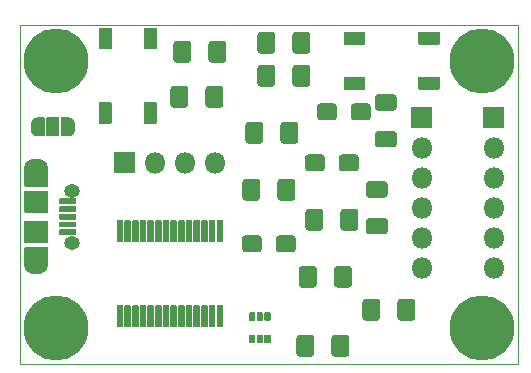
<source format=gbr>
G04 #@! TF.GenerationSoftware,KiCad,Pcbnew,5.1.9+dfsg1-1*
G04 #@! TF.CreationDate,2021-07-15T21:40:15-06:00*
G04 #@! TF.ProjectId,ESP_Programmer,4553505f-5072-46f6-9772-616d6d65722e,rev?*
G04 #@! TF.SameCoordinates,Original*
G04 #@! TF.FileFunction,Soldermask,Top*
G04 #@! TF.FilePolarity,Negative*
%FSLAX46Y46*%
G04 Gerber Fmt 4.6, Leading zero omitted, Abs format (unit mm)*
G04 Created by KiCad (PCBNEW 5.1.9+dfsg1-1) date 2021-07-15 21:40:15*
%MOMM*%
%LPD*%
G01*
G04 APERTURE LIST*
G04 #@! TA.AperFunction,Profile*
%ADD10C,0.050000*%
G04 #@! TD*
%ADD11C,0.350000*%
%ADD12O,1.800000X1.800000*%
%ADD13O,1.350000X1.150000*%
%ADD14O,2.000000X1.300000*%
%ADD15C,5.500000*%
G04 APERTURE END LIST*
D10*
X184658000Y-116840000D02*
X195580000Y-116840000D01*
X184658000Y-88138000D02*
X184658000Y-116840000D01*
X184912000Y-88138000D02*
X184658000Y-88138000D01*
X226822000Y-88138000D02*
X184912000Y-88138000D01*
X226822000Y-116840000D02*
X226822000Y-88138000D01*
X226568000Y-116840000D02*
X226822000Y-116840000D01*
X195580000Y-116840000D02*
X226568000Y-116840000D01*
G04 #@! TO.C,R6*
G36*
G01*
X215539770Y-105882000D02*
X214228230Y-105882000D01*
G75*
G02*
X213959000Y-105612770I0J269230D01*
G01*
X213959000Y-104751230D01*
G75*
G02*
X214228230Y-104482000I269230J0D01*
G01*
X215539770Y-104482000D01*
G75*
G02*
X215809000Y-104751230I0J-269230D01*
G01*
X215809000Y-105612770D01*
G75*
G02*
X215539770Y-105882000I-269230J0D01*
G01*
G37*
G36*
G01*
X215539770Y-102782000D02*
X214228230Y-102782000D01*
G75*
G02*
X213959000Y-102512770I0J269230D01*
G01*
X213959000Y-101651230D01*
G75*
G02*
X214228230Y-101382000I269230J0D01*
G01*
X215539770Y-101382000D01*
G75*
G02*
X215809000Y-101651230I0J-269230D01*
G01*
X215809000Y-102512770D01*
G75*
G02*
X215539770Y-102782000I-269230J0D01*
G01*
G37*
G04 #@! TD*
G04 #@! TO.C,R5*
G36*
G01*
X216301770Y-98516000D02*
X214990230Y-98516000D01*
G75*
G02*
X214721000Y-98246770I0J269230D01*
G01*
X214721000Y-97385230D01*
G75*
G02*
X214990230Y-97116000I269230J0D01*
G01*
X216301770Y-97116000D01*
G75*
G02*
X216571000Y-97385230I0J-269230D01*
G01*
X216571000Y-98246770D01*
G75*
G02*
X216301770Y-98516000I-269230J0D01*
G01*
G37*
G36*
G01*
X216301770Y-95416000D02*
X214990230Y-95416000D01*
G75*
G02*
X214721000Y-95146770I0J269230D01*
G01*
X214721000Y-94285230D01*
G75*
G02*
X214990230Y-94016000I269230J0D01*
G01*
X216301770Y-94016000D01*
G75*
G02*
X216571000Y-94285230I0J-269230D01*
G01*
X216571000Y-95146770D01*
G75*
G02*
X216301770Y-95416000I-269230J0D01*
G01*
G37*
G04 #@! TD*
G04 #@! TO.C,D2*
G36*
G01*
X204760000Y-90319457D02*
X204760000Y-89004543D01*
G75*
G02*
X205027543Y-88737000I267543J0D01*
G01*
X206017457Y-88737000D01*
G75*
G02*
X206285000Y-89004543I0J-267543D01*
G01*
X206285000Y-90319457D01*
G75*
G02*
X206017457Y-90587000I-267543J0D01*
G01*
X205027543Y-90587000D01*
G75*
G02*
X204760000Y-90319457I0J267543D01*
G01*
G37*
G36*
G01*
X207735000Y-90319457D02*
X207735000Y-89004543D01*
G75*
G02*
X208002543Y-88737000I267543J0D01*
G01*
X208992457Y-88737000D01*
G75*
G02*
X209260000Y-89004543I0J-267543D01*
G01*
X209260000Y-90319457D01*
G75*
G02*
X208992457Y-90587000I-267543J0D01*
G01*
X208002543Y-90587000D01*
G75*
G02*
X207735000Y-90319457I0J267543D01*
G01*
G37*
G04 #@! TD*
G04 #@! TO.C,D1*
G36*
G01*
X204760000Y-93113457D02*
X204760000Y-91798543D01*
G75*
G02*
X205027543Y-91531000I267543J0D01*
G01*
X206017457Y-91531000D01*
G75*
G02*
X206285000Y-91798543I0J-267543D01*
G01*
X206285000Y-93113457D01*
G75*
G02*
X206017457Y-93381000I-267543J0D01*
G01*
X205027543Y-93381000D01*
G75*
G02*
X204760000Y-93113457I0J267543D01*
G01*
G37*
G36*
G01*
X207735000Y-93113457D02*
X207735000Y-91798543D01*
G75*
G02*
X208002543Y-91531000I267543J0D01*
G01*
X208992457Y-91531000D01*
G75*
G02*
X209260000Y-91798543I0J-267543D01*
G01*
X209260000Y-93113457D01*
G75*
G02*
X208992457Y-93381000I-267543J0D01*
G01*
X208002543Y-93381000D01*
G75*
G02*
X207735000Y-93113457I0J267543D01*
G01*
G37*
G04 #@! TD*
G04 #@! TO.C,U1*
G36*
G01*
X192858000Y-106495000D02*
X192858000Y-104745000D01*
G75*
G02*
X192908000Y-104695000I50000J0D01*
G01*
X193358000Y-104695000D01*
G75*
G02*
X193408000Y-104745000I0J-50000D01*
G01*
X193408000Y-106495000D01*
G75*
G02*
X193358000Y-106545000I-50000J0D01*
G01*
X192908000Y-106545000D01*
G75*
G02*
X192858000Y-106495000I0J50000D01*
G01*
G37*
G36*
G01*
X193508000Y-106495000D02*
X193508000Y-104745000D01*
G75*
G02*
X193558000Y-104695000I50000J0D01*
G01*
X194008000Y-104695000D01*
G75*
G02*
X194058000Y-104745000I0J-50000D01*
G01*
X194058000Y-106495000D01*
G75*
G02*
X194008000Y-106545000I-50000J0D01*
G01*
X193558000Y-106545000D01*
G75*
G02*
X193508000Y-106495000I0J50000D01*
G01*
G37*
G36*
G01*
X194158000Y-106495000D02*
X194158000Y-104745000D01*
G75*
G02*
X194208000Y-104695000I50000J0D01*
G01*
X194658000Y-104695000D01*
G75*
G02*
X194708000Y-104745000I0J-50000D01*
G01*
X194708000Y-106495000D01*
G75*
G02*
X194658000Y-106545000I-50000J0D01*
G01*
X194208000Y-106545000D01*
G75*
G02*
X194158000Y-106495000I0J50000D01*
G01*
G37*
G36*
G01*
X194808000Y-106495000D02*
X194808000Y-104745000D01*
G75*
G02*
X194858000Y-104695000I50000J0D01*
G01*
X195308000Y-104695000D01*
G75*
G02*
X195358000Y-104745000I0J-50000D01*
G01*
X195358000Y-106495000D01*
G75*
G02*
X195308000Y-106545000I-50000J0D01*
G01*
X194858000Y-106545000D01*
G75*
G02*
X194808000Y-106495000I0J50000D01*
G01*
G37*
G36*
G01*
X195458000Y-106495000D02*
X195458000Y-104745000D01*
G75*
G02*
X195508000Y-104695000I50000J0D01*
G01*
X195958000Y-104695000D01*
G75*
G02*
X196008000Y-104745000I0J-50000D01*
G01*
X196008000Y-106495000D01*
G75*
G02*
X195958000Y-106545000I-50000J0D01*
G01*
X195508000Y-106545000D01*
G75*
G02*
X195458000Y-106495000I0J50000D01*
G01*
G37*
G36*
G01*
X196108000Y-106495000D02*
X196108000Y-104745000D01*
G75*
G02*
X196158000Y-104695000I50000J0D01*
G01*
X196608000Y-104695000D01*
G75*
G02*
X196658000Y-104745000I0J-50000D01*
G01*
X196658000Y-106495000D01*
G75*
G02*
X196608000Y-106545000I-50000J0D01*
G01*
X196158000Y-106545000D01*
G75*
G02*
X196108000Y-106495000I0J50000D01*
G01*
G37*
G36*
G01*
X196758000Y-106495000D02*
X196758000Y-104745000D01*
G75*
G02*
X196808000Y-104695000I50000J0D01*
G01*
X197258000Y-104695000D01*
G75*
G02*
X197308000Y-104745000I0J-50000D01*
G01*
X197308000Y-106495000D01*
G75*
G02*
X197258000Y-106545000I-50000J0D01*
G01*
X196808000Y-106545000D01*
G75*
G02*
X196758000Y-106495000I0J50000D01*
G01*
G37*
G36*
G01*
X197408000Y-106495000D02*
X197408000Y-104745000D01*
G75*
G02*
X197458000Y-104695000I50000J0D01*
G01*
X197908000Y-104695000D01*
G75*
G02*
X197958000Y-104745000I0J-50000D01*
G01*
X197958000Y-106495000D01*
G75*
G02*
X197908000Y-106545000I-50000J0D01*
G01*
X197458000Y-106545000D01*
G75*
G02*
X197408000Y-106495000I0J50000D01*
G01*
G37*
G36*
G01*
X198058000Y-106495000D02*
X198058000Y-104745000D01*
G75*
G02*
X198108000Y-104695000I50000J0D01*
G01*
X198558000Y-104695000D01*
G75*
G02*
X198608000Y-104745000I0J-50000D01*
G01*
X198608000Y-106495000D01*
G75*
G02*
X198558000Y-106545000I-50000J0D01*
G01*
X198108000Y-106545000D01*
G75*
G02*
X198058000Y-106495000I0J50000D01*
G01*
G37*
G36*
G01*
X198708000Y-106495000D02*
X198708000Y-104745000D01*
G75*
G02*
X198758000Y-104695000I50000J0D01*
G01*
X199208000Y-104695000D01*
G75*
G02*
X199258000Y-104745000I0J-50000D01*
G01*
X199258000Y-106495000D01*
G75*
G02*
X199208000Y-106545000I-50000J0D01*
G01*
X198758000Y-106545000D01*
G75*
G02*
X198708000Y-106495000I0J50000D01*
G01*
G37*
G36*
G01*
X199358000Y-106495000D02*
X199358000Y-104745000D01*
G75*
G02*
X199408000Y-104695000I50000J0D01*
G01*
X199858000Y-104695000D01*
G75*
G02*
X199908000Y-104745000I0J-50000D01*
G01*
X199908000Y-106495000D01*
G75*
G02*
X199858000Y-106545000I-50000J0D01*
G01*
X199408000Y-106545000D01*
G75*
G02*
X199358000Y-106495000I0J50000D01*
G01*
G37*
G36*
G01*
X200008000Y-106495000D02*
X200008000Y-104745000D01*
G75*
G02*
X200058000Y-104695000I50000J0D01*
G01*
X200508000Y-104695000D01*
G75*
G02*
X200558000Y-104745000I0J-50000D01*
G01*
X200558000Y-106495000D01*
G75*
G02*
X200508000Y-106545000I-50000J0D01*
G01*
X200058000Y-106545000D01*
G75*
G02*
X200008000Y-106495000I0J50000D01*
G01*
G37*
G36*
G01*
X200658000Y-106495000D02*
X200658000Y-104745000D01*
G75*
G02*
X200708000Y-104695000I50000J0D01*
G01*
X201158000Y-104695000D01*
G75*
G02*
X201208000Y-104745000I0J-50000D01*
G01*
X201208000Y-106495000D01*
G75*
G02*
X201158000Y-106545000I-50000J0D01*
G01*
X200708000Y-106545000D01*
G75*
G02*
X200658000Y-106495000I0J50000D01*
G01*
G37*
G36*
G01*
X201308000Y-106495000D02*
X201308000Y-104745000D01*
G75*
G02*
X201358000Y-104695000I50000J0D01*
G01*
X201808000Y-104695000D01*
G75*
G02*
X201858000Y-104745000I0J-50000D01*
G01*
X201858000Y-106495000D01*
G75*
G02*
X201808000Y-106545000I-50000J0D01*
G01*
X201358000Y-106545000D01*
G75*
G02*
X201308000Y-106495000I0J50000D01*
G01*
G37*
G36*
G01*
X201308000Y-113695000D02*
X201308000Y-111945000D01*
G75*
G02*
X201358000Y-111895000I50000J0D01*
G01*
X201808000Y-111895000D01*
G75*
G02*
X201858000Y-111945000I0J-50000D01*
G01*
X201858000Y-113695000D01*
G75*
G02*
X201808000Y-113745000I-50000J0D01*
G01*
X201358000Y-113745000D01*
G75*
G02*
X201308000Y-113695000I0J50000D01*
G01*
G37*
G36*
G01*
X200658000Y-113695000D02*
X200658000Y-111945000D01*
G75*
G02*
X200708000Y-111895000I50000J0D01*
G01*
X201158000Y-111895000D01*
G75*
G02*
X201208000Y-111945000I0J-50000D01*
G01*
X201208000Y-113695000D01*
G75*
G02*
X201158000Y-113745000I-50000J0D01*
G01*
X200708000Y-113745000D01*
G75*
G02*
X200658000Y-113695000I0J50000D01*
G01*
G37*
G36*
G01*
X200008000Y-113695000D02*
X200008000Y-111945000D01*
G75*
G02*
X200058000Y-111895000I50000J0D01*
G01*
X200508000Y-111895000D01*
G75*
G02*
X200558000Y-111945000I0J-50000D01*
G01*
X200558000Y-113695000D01*
G75*
G02*
X200508000Y-113745000I-50000J0D01*
G01*
X200058000Y-113745000D01*
G75*
G02*
X200008000Y-113695000I0J50000D01*
G01*
G37*
G36*
G01*
X199358000Y-113695000D02*
X199358000Y-111945000D01*
G75*
G02*
X199408000Y-111895000I50000J0D01*
G01*
X199858000Y-111895000D01*
G75*
G02*
X199908000Y-111945000I0J-50000D01*
G01*
X199908000Y-113695000D01*
G75*
G02*
X199858000Y-113745000I-50000J0D01*
G01*
X199408000Y-113745000D01*
G75*
G02*
X199358000Y-113695000I0J50000D01*
G01*
G37*
G36*
G01*
X198708000Y-113695000D02*
X198708000Y-111945000D01*
G75*
G02*
X198758000Y-111895000I50000J0D01*
G01*
X199208000Y-111895000D01*
G75*
G02*
X199258000Y-111945000I0J-50000D01*
G01*
X199258000Y-113695000D01*
G75*
G02*
X199208000Y-113745000I-50000J0D01*
G01*
X198758000Y-113745000D01*
G75*
G02*
X198708000Y-113695000I0J50000D01*
G01*
G37*
G36*
G01*
X198058000Y-113695000D02*
X198058000Y-111945000D01*
G75*
G02*
X198108000Y-111895000I50000J0D01*
G01*
X198558000Y-111895000D01*
G75*
G02*
X198608000Y-111945000I0J-50000D01*
G01*
X198608000Y-113695000D01*
G75*
G02*
X198558000Y-113745000I-50000J0D01*
G01*
X198108000Y-113745000D01*
G75*
G02*
X198058000Y-113695000I0J50000D01*
G01*
G37*
G36*
G01*
X197408000Y-113695000D02*
X197408000Y-111945000D01*
G75*
G02*
X197458000Y-111895000I50000J0D01*
G01*
X197908000Y-111895000D01*
G75*
G02*
X197958000Y-111945000I0J-50000D01*
G01*
X197958000Y-113695000D01*
G75*
G02*
X197908000Y-113745000I-50000J0D01*
G01*
X197458000Y-113745000D01*
G75*
G02*
X197408000Y-113695000I0J50000D01*
G01*
G37*
G36*
G01*
X196758000Y-113695000D02*
X196758000Y-111945000D01*
G75*
G02*
X196808000Y-111895000I50000J0D01*
G01*
X197258000Y-111895000D01*
G75*
G02*
X197308000Y-111945000I0J-50000D01*
G01*
X197308000Y-113695000D01*
G75*
G02*
X197258000Y-113745000I-50000J0D01*
G01*
X196808000Y-113745000D01*
G75*
G02*
X196758000Y-113695000I0J50000D01*
G01*
G37*
G36*
G01*
X196108000Y-113695000D02*
X196108000Y-111945000D01*
G75*
G02*
X196158000Y-111895000I50000J0D01*
G01*
X196608000Y-111895000D01*
G75*
G02*
X196658000Y-111945000I0J-50000D01*
G01*
X196658000Y-113695000D01*
G75*
G02*
X196608000Y-113745000I-50000J0D01*
G01*
X196158000Y-113745000D01*
G75*
G02*
X196108000Y-113695000I0J50000D01*
G01*
G37*
G36*
G01*
X195458000Y-113695000D02*
X195458000Y-111945000D01*
G75*
G02*
X195508000Y-111895000I50000J0D01*
G01*
X195958000Y-111895000D01*
G75*
G02*
X196008000Y-111945000I0J-50000D01*
G01*
X196008000Y-113695000D01*
G75*
G02*
X195958000Y-113745000I-50000J0D01*
G01*
X195508000Y-113745000D01*
G75*
G02*
X195458000Y-113695000I0J50000D01*
G01*
G37*
G36*
G01*
X194808000Y-113695000D02*
X194808000Y-111945000D01*
G75*
G02*
X194858000Y-111895000I50000J0D01*
G01*
X195308000Y-111895000D01*
G75*
G02*
X195358000Y-111945000I0J-50000D01*
G01*
X195358000Y-113695000D01*
G75*
G02*
X195308000Y-113745000I-50000J0D01*
G01*
X194858000Y-113745000D01*
G75*
G02*
X194808000Y-113695000I0J50000D01*
G01*
G37*
G36*
G01*
X194158000Y-113695000D02*
X194158000Y-111945000D01*
G75*
G02*
X194208000Y-111895000I50000J0D01*
G01*
X194658000Y-111895000D01*
G75*
G02*
X194708000Y-111945000I0J-50000D01*
G01*
X194708000Y-113695000D01*
G75*
G02*
X194658000Y-113745000I-50000J0D01*
G01*
X194208000Y-113745000D01*
G75*
G02*
X194158000Y-113695000I0J50000D01*
G01*
G37*
G36*
G01*
X193508000Y-113695000D02*
X193508000Y-111945000D01*
G75*
G02*
X193558000Y-111895000I50000J0D01*
G01*
X194008000Y-111895000D01*
G75*
G02*
X194058000Y-111945000I0J-50000D01*
G01*
X194058000Y-113695000D01*
G75*
G02*
X194008000Y-113745000I-50000J0D01*
G01*
X193558000Y-113745000D01*
G75*
G02*
X193508000Y-113695000I0J50000D01*
G01*
G37*
G36*
G01*
X192858000Y-113695000D02*
X192858000Y-111945000D01*
G75*
G02*
X192908000Y-111895000I50000J0D01*
G01*
X193358000Y-111895000D01*
G75*
G02*
X193408000Y-111945000I0J-50000D01*
G01*
X193408000Y-113695000D01*
G75*
G02*
X193358000Y-113745000I-50000J0D01*
G01*
X192908000Y-113745000D01*
G75*
G02*
X192858000Y-113695000I0J50000D01*
G01*
G37*
G04 #@! TD*
G04 #@! TO.C,SW2*
G36*
G01*
X196202001Y-96505995D02*
X195202001Y-96505995D01*
G75*
G02*
X195152001Y-96455995I0J50000D01*
G01*
X195152001Y-94755997D01*
G75*
G02*
X195202001Y-94705997I50000J0D01*
G01*
X196202001Y-94705997D01*
G75*
G02*
X196252001Y-94755997I0J-50000D01*
G01*
X196252001Y-96455995D01*
G75*
G02*
X196202001Y-96505995I-50000J0D01*
G01*
G37*
G36*
G01*
X196202001Y-90205998D02*
X195202001Y-90205998D01*
G75*
G02*
X195152001Y-90155998I0J50000D01*
G01*
X195152001Y-88456000D01*
G75*
G02*
X195202001Y-88406000I50000J0D01*
G01*
X196202001Y-88406000D01*
G75*
G02*
X196252001Y-88456000I0J-50000D01*
G01*
X196252001Y-90155998D01*
G75*
G02*
X196202001Y-90205998I-50000J0D01*
G01*
G37*
G36*
G01*
X192402004Y-96505995D02*
X191402004Y-96505995D01*
G75*
G02*
X191352004Y-96455995I0J50000D01*
G01*
X191352004Y-94755997D01*
G75*
G02*
X191402004Y-94705997I50000J0D01*
G01*
X192402004Y-94705997D01*
G75*
G02*
X192452004Y-94755997I0J-50000D01*
G01*
X192452004Y-96455995D01*
G75*
G02*
X192402004Y-96505995I-50000J0D01*
G01*
G37*
G36*
G01*
X192402004Y-90205998D02*
X191402004Y-90205998D01*
G75*
G02*
X191352004Y-90155998I0J50000D01*
G01*
X191352004Y-88456000D01*
G75*
G02*
X191402004Y-88406000I50000J0D01*
G01*
X192402004Y-88406000D01*
G75*
G02*
X192452004Y-88456000I0J-50000D01*
G01*
X192452004Y-90155998D01*
G75*
G02*
X192402004Y-90205998I-50000J0D01*
G01*
G37*
G04 #@! TD*
G04 #@! TO.C,SW1*
G36*
G01*
X220203995Y-88785999D02*
X220203995Y-89785999D01*
G75*
G02*
X220153995Y-89835999I-50000J0D01*
G01*
X218453997Y-89835999D01*
G75*
G02*
X218403997Y-89785999I0J50000D01*
G01*
X218403997Y-88785999D01*
G75*
G02*
X218453997Y-88735999I50000J0D01*
G01*
X220153995Y-88735999D01*
G75*
G02*
X220203995Y-88785999I0J-50000D01*
G01*
G37*
G36*
G01*
X213903998Y-88785999D02*
X213903998Y-89785999D01*
G75*
G02*
X213853998Y-89835999I-50000J0D01*
G01*
X212154000Y-89835999D01*
G75*
G02*
X212104000Y-89785999I0J50000D01*
G01*
X212104000Y-88785999D01*
G75*
G02*
X212154000Y-88735999I50000J0D01*
G01*
X213853998Y-88735999D01*
G75*
G02*
X213903998Y-88785999I0J-50000D01*
G01*
G37*
G36*
G01*
X220203995Y-92585996D02*
X220203995Y-93585996D01*
G75*
G02*
X220153995Y-93635996I-50000J0D01*
G01*
X218453997Y-93635996D01*
G75*
G02*
X218403997Y-93585996I0J50000D01*
G01*
X218403997Y-92585996D01*
G75*
G02*
X218453997Y-92535996I50000J0D01*
G01*
X220153995Y-92535996D01*
G75*
G02*
X220203995Y-92585996I0J-50000D01*
G01*
G37*
G36*
G01*
X213903998Y-92585996D02*
X213903998Y-93585996D01*
G75*
G02*
X213853998Y-93635996I-50000J0D01*
G01*
X212154000Y-93635996D01*
G75*
G02*
X212104000Y-93585996I0J50000D01*
G01*
X212104000Y-92585996D01*
G75*
G02*
X212154000Y-92535996I50000J0D01*
G01*
X213853998Y-92535996D01*
G75*
G02*
X213903998Y-92585996I0J-50000D01*
G01*
G37*
G04 #@! TD*
G04 #@! TO.C,R4*
G36*
G01*
X206465000Y-102765457D02*
X206465000Y-101450543D01*
G75*
G02*
X206732543Y-101183000I267543J0D01*
G01*
X207722457Y-101183000D01*
G75*
G02*
X207990000Y-101450543I0J-267543D01*
G01*
X207990000Y-102765457D01*
G75*
G02*
X207722457Y-103033000I-267543J0D01*
G01*
X206732543Y-103033000D01*
G75*
G02*
X206465000Y-102765457I0J267543D01*
G01*
G37*
G36*
G01*
X203490000Y-102765457D02*
X203490000Y-101450543D01*
G75*
G02*
X203757543Y-101183000I267543J0D01*
G01*
X204747457Y-101183000D01*
G75*
G02*
X205015000Y-101450543I0J-267543D01*
G01*
X205015000Y-102765457D01*
G75*
G02*
X204747457Y-103033000I-267543J0D01*
G01*
X203757543Y-103033000D01*
G75*
G02*
X203490000Y-102765457I0J267543D01*
G01*
G37*
G04 #@! TD*
G04 #@! TO.C,R3*
G36*
G01*
X206719000Y-97939457D02*
X206719000Y-96624543D01*
G75*
G02*
X206986543Y-96357000I267543J0D01*
G01*
X207976457Y-96357000D01*
G75*
G02*
X208244000Y-96624543I0J-267543D01*
G01*
X208244000Y-97939457D01*
G75*
G02*
X207976457Y-98207000I-267543J0D01*
G01*
X206986543Y-98207000D01*
G75*
G02*
X206719000Y-97939457I0J267543D01*
G01*
G37*
G36*
G01*
X203744000Y-97939457D02*
X203744000Y-96624543D01*
G75*
G02*
X204011543Y-96357000I267543J0D01*
G01*
X205001457Y-96357000D01*
G75*
G02*
X205269000Y-96624543I0J-267543D01*
G01*
X205269000Y-97939457D01*
G75*
G02*
X205001457Y-98207000I-267543J0D01*
G01*
X204011543Y-98207000D01*
G75*
G02*
X203744000Y-97939457I0J267543D01*
G01*
G37*
G04 #@! TD*
G04 #@! TO.C,R2*
G36*
G01*
X215175000Y-111610543D02*
X215175000Y-112925457D01*
G75*
G02*
X214907457Y-113193000I-267543J0D01*
G01*
X213917543Y-113193000D01*
G75*
G02*
X213650000Y-112925457I0J267543D01*
G01*
X213650000Y-111610543D01*
G75*
G02*
X213917543Y-111343000I267543J0D01*
G01*
X214907457Y-111343000D01*
G75*
G02*
X215175000Y-111610543I0J-267543D01*
G01*
G37*
G36*
G01*
X218150000Y-111610543D02*
X218150000Y-112925457D01*
G75*
G02*
X217882457Y-113193000I-267543J0D01*
G01*
X216892543Y-113193000D01*
G75*
G02*
X216625000Y-112925457I0J267543D01*
G01*
X216625000Y-111610543D01*
G75*
G02*
X216892543Y-111343000I267543J0D01*
G01*
X217882457Y-111343000D01*
G75*
G02*
X218150000Y-111610543I0J-267543D01*
G01*
G37*
G04 #@! TD*
G04 #@! TO.C,R1*
G36*
G01*
X209587000Y-114658543D02*
X209587000Y-115973457D01*
G75*
G02*
X209319457Y-116241000I-267543J0D01*
G01*
X208329543Y-116241000D01*
G75*
G02*
X208062000Y-115973457I0J267543D01*
G01*
X208062000Y-114658543D01*
G75*
G02*
X208329543Y-114391000I267543J0D01*
G01*
X209319457Y-114391000D01*
G75*
G02*
X209587000Y-114658543I0J-267543D01*
G01*
G37*
G36*
G01*
X212562000Y-114658543D02*
X212562000Y-115973457D01*
G75*
G02*
X212294457Y-116241000I-267543J0D01*
G01*
X211304543Y-116241000D01*
G75*
G02*
X211037000Y-115973457I0J267543D01*
G01*
X211037000Y-114658543D01*
G75*
G02*
X211304543Y-114391000I267543J0D01*
G01*
X212294457Y-114391000D01*
G75*
G02*
X212562000Y-114658543I0J-267543D01*
G01*
G37*
G04 #@! TD*
G04 #@! TO.C,Q1*
G36*
G01*
X205368000Y-115042000D02*
X205368000Y-114442000D01*
G75*
G02*
X205418000Y-114392000I50000J0D01*
G01*
X205838000Y-114392000D01*
G75*
G02*
X205888000Y-114442000I0J-50000D01*
G01*
X205888000Y-115042000D01*
G75*
G02*
X205838000Y-115092000I-50000J0D01*
G01*
X205418000Y-115092000D01*
G75*
G02*
X205368000Y-115042000I0J50000D01*
G01*
G37*
G36*
G01*
X204718000Y-115042000D02*
X204718000Y-114442000D01*
G75*
G02*
X204768000Y-114392000I50000J0D01*
G01*
X205188000Y-114392000D01*
G75*
G02*
X205238000Y-114442000I0J-50000D01*
G01*
X205238000Y-115042000D01*
G75*
G02*
X205188000Y-115092000I-50000J0D01*
G01*
X204768000Y-115092000D01*
G75*
G02*
X204718000Y-115042000I0J50000D01*
G01*
G37*
G36*
G01*
X204068000Y-115042000D02*
X204068000Y-114442000D01*
G75*
G02*
X204118000Y-114392000I50000J0D01*
G01*
X204538000Y-114392000D01*
G75*
G02*
X204588000Y-114442000I0J-50000D01*
G01*
X204588000Y-115042000D01*
G75*
G02*
X204538000Y-115092000I-50000J0D01*
G01*
X204118000Y-115092000D01*
G75*
G02*
X204068000Y-115042000I0J50000D01*
G01*
G37*
G36*
G01*
X205368000Y-113142000D02*
X205368000Y-112542000D01*
G75*
G02*
X205418000Y-112492000I50000J0D01*
G01*
X205838000Y-112492000D01*
G75*
G02*
X205888000Y-112542000I0J-50000D01*
G01*
X205888000Y-113142000D01*
G75*
G02*
X205838000Y-113192000I-50000J0D01*
G01*
X205418000Y-113192000D01*
G75*
G02*
X205368000Y-113142000I0J50000D01*
G01*
G37*
G36*
G01*
X204718000Y-113142000D02*
X204718000Y-112542000D01*
G75*
G02*
X204768000Y-112492000I50000J0D01*
G01*
X205188000Y-112492000D01*
G75*
G02*
X205238000Y-112542000I0J-50000D01*
G01*
X205238000Y-113142000D01*
G75*
G02*
X205188000Y-113192000I-50000J0D01*
G01*
X204768000Y-113192000D01*
G75*
G02*
X204718000Y-113142000I0J50000D01*
G01*
G37*
G36*
G01*
X204068000Y-113142000D02*
X204068000Y-112542000D01*
G75*
G02*
X204118000Y-112492000I50000J0D01*
G01*
X204538000Y-112492000D01*
G75*
G02*
X204588000Y-112542000I0J-50000D01*
G01*
X204588000Y-113142000D01*
G75*
G02*
X204538000Y-113192000I-50000J0D01*
G01*
X204118000Y-113192000D01*
G75*
G02*
X204068000Y-113142000I0J50000D01*
G01*
G37*
G04 #@! TD*
D11*
G04 #@! TO.C,JP1*
G36*
X186711755Y-95974961D02*
G01*
X186721134Y-95977806D01*
X186729779Y-95982427D01*
X186737355Y-95988645D01*
X186743573Y-95996221D01*
X186748194Y-96004866D01*
X186751039Y-96014245D01*
X186752000Y-96024000D01*
X186752000Y-97524000D01*
X186751039Y-97533755D01*
X186748194Y-97543134D01*
X186743573Y-97551779D01*
X186737355Y-97559355D01*
X186729779Y-97565573D01*
X186721134Y-97570194D01*
X186711755Y-97573039D01*
X186702000Y-97574000D01*
X186152000Y-97574000D01*
X186145889Y-97573398D01*
X186127466Y-97573398D01*
X186122565Y-97573157D01*
X186073734Y-97568347D01*
X186068881Y-97567627D01*
X186020756Y-97558055D01*
X186015995Y-97556863D01*
X185969040Y-97542619D01*
X185964421Y-97540966D01*
X185919088Y-97522189D01*
X185914651Y-97520091D01*
X185871378Y-97496960D01*
X185867171Y-97494438D01*
X185826372Y-97467178D01*
X185822430Y-97464254D01*
X185784501Y-97433126D01*
X185780866Y-97429831D01*
X185746169Y-97395134D01*
X185742874Y-97391499D01*
X185711746Y-97353570D01*
X185708822Y-97349628D01*
X185681562Y-97308829D01*
X185679040Y-97304622D01*
X185655909Y-97261349D01*
X185653811Y-97256912D01*
X185635034Y-97211579D01*
X185633381Y-97206960D01*
X185619137Y-97160005D01*
X185617945Y-97155244D01*
X185608373Y-97107119D01*
X185607653Y-97102266D01*
X185602843Y-97053435D01*
X185602602Y-97048534D01*
X185602602Y-97030111D01*
X185602000Y-97024000D01*
X185602000Y-96524000D01*
X185602602Y-96517889D01*
X185602602Y-96499466D01*
X185602843Y-96494565D01*
X185607653Y-96445734D01*
X185608373Y-96440881D01*
X185617945Y-96392756D01*
X185619137Y-96387995D01*
X185633381Y-96341040D01*
X185635034Y-96336421D01*
X185653811Y-96291088D01*
X185655909Y-96286651D01*
X185679040Y-96243378D01*
X185681562Y-96239171D01*
X185708822Y-96198372D01*
X185711746Y-96194430D01*
X185742874Y-96156501D01*
X185746169Y-96152866D01*
X185780866Y-96118169D01*
X185784501Y-96114874D01*
X185822430Y-96083746D01*
X185826372Y-96080822D01*
X185867171Y-96053562D01*
X185871378Y-96051040D01*
X185914651Y-96027909D01*
X185919088Y-96025811D01*
X185964421Y-96007034D01*
X185969040Y-96005381D01*
X186015995Y-95991137D01*
X186020756Y-95989945D01*
X186068881Y-95980373D01*
X186073734Y-95979653D01*
X186122565Y-95974843D01*
X186127466Y-95974602D01*
X186145889Y-95974602D01*
X186152000Y-95974000D01*
X186702000Y-95974000D01*
X186711755Y-95974961D01*
G37*
G36*
G01*
X186902000Y-97524000D02*
X186902000Y-96024000D01*
G75*
G02*
X186952000Y-95974000I50000J0D01*
G01*
X187952000Y-95974000D01*
G75*
G02*
X188002000Y-96024000I0J-50000D01*
G01*
X188002000Y-97524000D01*
G75*
G02*
X187952000Y-97574000I-50000J0D01*
G01*
X186952000Y-97574000D01*
G75*
G02*
X186902000Y-97524000I0J50000D01*
G01*
G37*
G36*
X188758111Y-95974602D02*
G01*
X188776534Y-95974602D01*
X188781435Y-95974843D01*
X188830266Y-95979653D01*
X188835119Y-95980373D01*
X188883244Y-95989945D01*
X188888005Y-95991137D01*
X188934960Y-96005381D01*
X188939579Y-96007034D01*
X188984912Y-96025811D01*
X188989349Y-96027909D01*
X189032622Y-96051040D01*
X189036829Y-96053562D01*
X189077628Y-96080822D01*
X189081570Y-96083746D01*
X189119499Y-96114874D01*
X189123134Y-96118169D01*
X189157831Y-96152866D01*
X189161126Y-96156501D01*
X189192254Y-96194430D01*
X189195178Y-96198372D01*
X189222438Y-96239171D01*
X189224960Y-96243378D01*
X189248091Y-96286651D01*
X189250189Y-96291088D01*
X189268966Y-96336421D01*
X189270619Y-96341040D01*
X189284863Y-96387995D01*
X189286055Y-96392756D01*
X189295627Y-96440881D01*
X189296347Y-96445734D01*
X189301157Y-96494565D01*
X189301398Y-96499466D01*
X189301398Y-96517889D01*
X189302000Y-96524000D01*
X189302000Y-97024000D01*
X189301398Y-97030111D01*
X189301398Y-97048534D01*
X189301157Y-97053435D01*
X189296347Y-97102266D01*
X189295627Y-97107119D01*
X189286055Y-97155244D01*
X189284863Y-97160005D01*
X189270619Y-97206960D01*
X189268966Y-97211579D01*
X189250189Y-97256912D01*
X189248091Y-97261349D01*
X189224960Y-97304622D01*
X189222438Y-97308829D01*
X189195178Y-97349628D01*
X189192254Y-97353570D01*
X189161126Y-97391499D01*
X189157831Y-97395134D01*
X189123134Y-97429831D01*
X189119499Y-97433126D01*
X189081570Y-97464254D01*
X189077628Y-97467178D01*
X189036829Y-97494438D01*
X189032622Y-97496960D01*
X188989349Y-97520091D01*
X188984912Y-97522189D01*
X188939579Y-97540966D01*
X188934960Y-97542619D01*
X188888005Y-97556863D01*
X188883244Y-97558055D01*
X188835119Y-97567627D01*
X188830266Y-97568347D01*
X188781435Y-97573157D01*
X188776534Y-97573398D01*
X188758111Y-97573398D01*
X188752000Y-97574000D01*
X188202000Y-97574000D01*
X188192245Y-97573039D01*
X188182866Y-97570194D01*
X188174221Y-97565573D01*
X188166645Y-97559355D01*
X188160427Y-97551779D01*
X188155806Y-97543134D01*
X188152961Y-97533755D01*
X188152000Y-97524000D01*
X188152000Y-96024000D01*
X188152961Y-96014245D01*
X188155806Y-96004866D01*
X188160427Y-95996221D01*
X188166645Y-95988645D01*
X188174221Y-95982427D01*
X188182866Y-95977806D01*
X188192245Y-95974961D01*
X188202000Y-95974000D01*
X188752000Y-95974000D01*
X188758111Y-95974602D01*
G37*
G04 #@! TD*
D12*
G04 #@! TO.C,J4*
X224790000Y-108712000D03*
X224790000Y-106172000D03*
X224790000Y-103632000D03*
X224790000Y-101092000D03*
X224790000Y-98552000D03*
G36*
G01*
X223890000Y-96862000D02*
X223890000Y-95162000D01*
G75*
G02*
X223940000Y-95112000I50000J0D01*
G01*
X225640000Y-95112000D01*
G75*
G02*
X225690000Y-95162000I0J-50000D01*
G01*
X225690000Y-96862000D01*
G75*
G02*
X225640000Y-96912000I-50000J0D01*
G01*
X223940000Y-96912000D01*
G75*
G02*
X223890000Y-96862000I0J50000D01*
G01*
G37*
G04 #@! TD*
G04 #@! TO.C,J3*
X218694000Y-108712000D03*
X218694000Y-106172000D03*
X218694000Y-103632000D03*
X218694000Y-101092000D03*
X218694000Y-98552000D03*
G36*
G01*
X217794000Y-96862000D02*
X217794000Y-95162000D01*
G75*
G02*
X217844000Y-95112000I50000J0D01*
G01*
X219544000Y-95112000D01*
G75*
G02*
X219594000Y-95162000I0J-50000D01*
G01*
X219594000Y-96862000D01*
G75*
G02*
X219544000Y-96912000I-50000J0D01*
G01*
X217844000Y-96912000D01*
G75*
G02*
X217794000Y-96862000I0J50000D01*
G01*
G37*
G04 #@! TD*
G04 #@! TO.C,J2*
X201168000Y-99822000D03*
X198628000Y-99822000D03*
X196088000Y-99822000D03*
G36*
G01*
X194398000Y-100722000D02*
X192698000Y-100722000D01*
G75*
G02*
X192648000Y-100672000I0J50000D01*
G01*
X192648000Y-98972000D01*
G75*
G02*
X192698000Y-98922000I50000J0D01*
G01*
X194398000Y-98922000D01*
G75*
G02*
X194448000Y-98972000I0J-50000D01*
G01*
X194448000Y-100672000D01*
G75*
G02*
X194398000Y-100722000I-50000J0D01*
G01*
G37*
G04 #@! TD*
D13*
G04 #@! TO.C,J1*
X189047000Y-102169000D03*
G36*
G01*
X185247000Y-100254000D02*
X185247000Y-100754000D01*
G75*
G02*
X185197000Y-100804000I-50000J0D01*
G01*
X185097000Y-100804000D01*
G75*
G02*
X185047000Y-100754000I0J50000D01*
G01*
X185047000Y-100254000D01*
G75*
G02*
X185097000Y-100204000I50000J0D01*
G01*
X185197000Y-100204000D01*
G75*
G02*
X185247000Y-100254000I0J-50000D01*
G01*
G37*
G36*
G01*
X187047000Y-100254000D02*
X187047000Y-100754000D01*
G75*
G02*
X186997000Y-100804000I-50000J0D01*
G01*
X186897000Y-100804000D01*
G75*
G02*
X186847000Y-100754000I0J50000D01*
G01*
X186847000Y-100254000D01*
G75*
G02*
X186897000Y-100204000I50000J0D01*
G01*
X186997000Y-100204000D01*
G75*
G02*
X187047000Y-100254000I0J-50000D01*
G01*
G37*
D14*
X186047000Y-100219000D03*
G36*
G01*
X187047000Y-100524000D02*
X187047000Y-101784000D01*
G75*
G02*
X186997000Y-101834000I-50000J0D01*
G01*
X185097000Y-101834000D01*
G75*
G02*
X185047000Y-101784000I0J50000D01*
G01*
X185047000Y-100524000D01*
G75*
G02*
X185097000Y-100474000I50000J0D01*
G01*
X186997000Y-100474000D01*
G75*
G02*
X187047000Y-100524000I0J-50000D01*
G01*
G37*
G36*
G01*
X185247000Y-108044000D02*
X185247000Y-108544000D01*
G75*
G02*
X185197000Y-108594000I-50000J0D01*
G01*
X185097000Y-108594000D01*
G75*
G02*
X185047000Y-108544000I0J50000D01*
G01*
X185047000Y-108044000D01*
G75*
G02*
X185097000Y-107994000I50000J0D01*
G01*
X185197000Y-107994000D01*
G75*
G02*
X185247000Y-108044000I0J-50000D01*
G01*
G37*
G36*
G01*
X187047000Y-104769000D02*
X187047000Y-106569000D01*
G75*
G02*
X186997000Y-106619000I-50000J0D01*
G01*
X185097000Y-106619000D01*
G75*
G02*
X185047000Y-106569000I0J50000D01*
G01*
X185047000Y-104769000D01*
G75*
G02*
X185097000Y-104719000I50000J0D01*
G01*
X186997000Y-104719000D01*
G75*
G02*
X187047000Y-104769000I0J-50000D01*
G01*
G37*
G36*
G01*
X189447000Y-102894000D02*
X189447000Y-103294000D01*
G75*
G02*
X189397000Y-103344000I-50000J0D01*
G01*
X188047000Y-103344000D01*
G75*
G02*
X187997000Y-103294000I0J50000D01*
G01*
X187997000Y-102894000D01*
G75*
G02*
X188047000Y-102844000I50000J0D01*
G01*
X189397000Y-102844000D01*
G75*
G02*
X189447000Y-102894000I0J-50000D01*
G01*
G37*
G36*
G01*
X189447000Y-103544000D02*
X189447000Y-103944000D01*
G75*
G02*
X189397000Y-103994000I-50000J0D01*
G01*
X188047000Y-103994000D01*
G75*
G02*
X187997000Y-103944000I0J50000D01*
G01*
X187997000Y-103544000D01*
G75*
G02*
X188047000Y-103494000I50000J0D01*
G01*
X189397000Y-103494000D01*
G75*
G02*
X189447000Y-103544000I0J-50000D01*
G01*
G37*
G36*
G01*
X189447000Y-104194000D02*
X189447000Y-104594000D01*
G75*
G02*
X189397000Y-104644000I-50000J0D01*
G01*
X188047000Y-104644000D01*
G75*
G02*
X187997000Y-104594000I0J50000D01*
G01*
X187997000Y-104194000D01*
G75*
G02*
X188047000Y-104144000I50000J0D01*
G01*
X189397000Y-104144000D01*
G75*
G02*
X189447000Y-104194000I0J-50000D01*
G01*
G37*
G36*
G01*
X189447000Y-104844000D02*
X189447000Y-105244000D01*
G75*
G02*
X189397000Y-105294000I-50000J0D01*
G01*
X188047000Y-105294000D01*
G75*
G02*
X187997000Y-105244000I0J50000D01*
G01*
X187997000Y-104844000D01*
G75*
G02*
X188047000Y-104794000I50000J0D01*
G01*
X189397000Y-104794000D01*
G75*
G02*
X189447000Y-104844000I0J-50000D01*
G01*
G37*
G36*
G01*
X189447000Y-105494000D02*
X189447000Y-105894000D01*
G75*
G02*
X189397000Y-105944000I-50000J0D01*
G01*
X188047000Y-105944000D01*
G75*
G02*
X187997000Y-105894000I0J50000D01*
G01*
X187997000Y-105494000D01*
G75*
G02*
X188047000Y-105444000I50000J0D01*
G01*
X189397000Y-105444000D01*
G75*
G02*
X189447000Y-105494000I0J-50000D01*
G01*
G37*
G36*
G01*
X187047000Y-102219000D02*
X187047000Y-104019000D01*
G75*
G02*
X186997000Y-104069000I-50000J0D01*
G01*
X185097000Y-104069000D01*
G75*
G02*
X185047000Y-104019000I0J50000D01*
G01*
X185047000Y-102219000D01*
G75*
G02*
X185097000Y-102169000I50000J0D01*
G01*
X186997000Y-102169000D01*
G75*
G02*
X187047000Y-102219000I0J-50000D01*
G01*
G37*
X186047000Y-108569000D03*
G36*
G01*
X187047000Y-107004000D02*
X187047000Y-108264000D01*
G75*
G02*
X186997000Y-108314000I-50000J0D01*
G01*
X185097000Y-108314000D01*
G75*
G02*
X185047000Y-108264000I0J50000D01*
G01*
X185047000Y-107004000D01*
G75*
G02*
X185097000Y-106954000I50000J0D01*
G01*
X186997000Y-106954000D01*
G75*
G02*
X187047000Y-107004000I0J-50000D01*
G01*
G37*
G36*
G01*
X187047000Y-108034000D02*
X187047000Y-108534000D01*
G75*
G02*
X186997000Y-108584000I-50000J0D01*
G01*
X186897000Y-108584000D01*
G75*
G02*
X186847000Y-108534000I0J50000D01*
G01*
X186847000Y-108034000D01*
G75*
G02*
X186897000Y-107984000I50000J0D01*
G01*
X186997000Y-107984000D01*
G75*
G02*
X187047000Y-108034000I0J-50000D01*
G01*
G37*
D13*
X189047000Y-106619000D03*
G04 #@! TD*
D15*
G04 #@! TO.C,H4*
X187706000Y-113792000D03*
G04 #@! TD*
G04 #@! TO.C,H3*
X223774000Y-113792000D03*
G04 #@! TD*
G04 #@! TO.C,H2*
X187706000Y-91186000D03*
G04 #@! TD*
G04 #@! TO.C,H1*
X223774000Y-91186000D03*
G04 #@! TD*
G04 #@! TO.C,C7*
G36*
G01*
X211254500Y-110131457D02*
X211254500Y-108816543D01*
G75*
G02*
X211522043Y-108549000I267543J0D01*
G01*
X212511957Y-108549000D01*
G75*
G02*
X212779500Y-108816543I0J-267543D01*
G01*
X212779500Y-110131457D01*
G75*
G02*
X212511957Y-110399000I-267543J0D01*
G01*
X211522043Y-110399000D01*
G75*
G02*
X211254500Y-110131457I0J267543D01*
G01*
G37*
G36*
G01*
X208279500Y-110131457D02*
X208279500Y-108816543D01*
G75*
G02*
X208547043Y-108549000I267543J0D01*
G01*
X209536957Y-108549000D01*
G75*
G02*
X209804500Y-108816543I0J-267543D01*
G01*
X209804500Y-110131457D01*
G75*
G02*
X209536957Y-110399000I-267543J0D01*
G01*
X208547043Y-110399000D01*
G75*
G02*
X208279500Y-110131457I0J267543D01*
G01*
G37*
G04 #@! TD*
G04 #@! TO.C,C6*
G36*
G01*
X206340000Y-107136483D02*
X206340000Y-106223517D01*
G75*
G02*
X206608517Y-105955000I268517J0D01*
G01*
X207746483Y-105955000D01*
G75*
G02*
X208015000Y-106223517I0J-268517D01*
G01*
X208015000Y-107136483D01*
G75*
G02*
X207746483Y-107405000I-268517J0D01*
G01*
X206608517Y-107405000D01*
G75*
G02*
X206340000Y-107136483I0J268517D01*
G01*
G37*
G36*
G01*
X203465000Y-107136483D02*
X203465000Y-106223517D01*
G75*
G02*
X203733517Y-105955000I268517J0D01*
G01*
X204871483Y-105955000D01*
G75*
G02*
X205140000Y-106223517I0J-268517D01*
G01*
X205140000Y-107136483D01*
G75*
G02*
X204871483Y-107405000I-268517J0D01*
G01*
X203733517Y-107405000D01*
G75*
G02*
X203465000Y-107136483I0J268517D01*
G01*
G37*
G04 #@! TD*
G04 #@! TO.C,C5*
G36*
G01*
X211799000Y-105305457D02*
X211799000Y-103990543D01*
G75*
G02*
X212066543Y-103723000I267543J0D01*
G01*
X213056457Y-103723000D01*
G75*
G02*
X213324000Y-103990543I0J-267543D01*
G01*
X213324000Y-105305457D01*
G75*
G02*
X213056457Y-105573000I-267543J0D01*
G01*
X212066543Y-105573000D01*
G75*
G02*
X211799000Y-105305457I0J267543D01*
G01*
G37*
G36*
G01*
X208824000Y-105305457D02*
X208824000Y-103990543D01*
G75*
G02*
X209091543Y-103723000I267543J0D01*
G01*
X210081457Y-103723000D01*
G75*
G02*
X210349000Y-103990543I0J-267543D01*
G01*
X210349000Y-105305457D01*
G75*
G02*
X210081457Y-105573000I-267543J0D01*
G01*
X209091543Y-105573000D01*
G75*
G02*
X208824000Y-105305457I0J267543D01*
G01*
G37*
G04 #@! TD*
G04 #@! TO.C,C4*
G36*
G01*
X211674000Y-100278483D02*
X211674000Y-99365517D01*
G75*
G02*
X211942517Y-99097000I268517J0D01*
G01*
X213080483Y-99097000D01*
G75*
G02*
X213349000Y-99365517I0J-268517D01*
G01*
X213349000Y-100278483D01*
G75*
G02*
X213080483Y-100547000I-268517J0D01*
G01*
X211942517Y-100547000D01*
G75*
G02*
X211674000Y-100278483I0J268517D01*
G01*
G37*
G36*
G01*
X208799000Y-100278483D02*
X208799000Y-99365517D01*
G75*
G02*
X209067517Y-99097000I268517J0D01*
G01*
X210205483Y-99097000D01*
G75*
G02*
X210474000Y-99365517I0J-268517D01*
G01*
X210474000Y-100278483D01*
G75*
G02*
X210205483Y-100547000I-268517J0D01*
G01*
X209067517Y-100547000D01*
G75*
G02*
X208799000Y-100278483I0J268517D01*
G01*
G37*
G04 #@! TD*
G04 #@! TO.C,C3*
G36*
G01*
X200369000Y-94891457D02*
X200369000Y-93576543D01*
G75*
G02*
X200636543Y-93309000I267543J0D01*
G01*
X201626457Y-93309000D01*
G75*
G02*
X201894000Y-93576543I0J-267543D01*
G01*
X201894000Y-94891457D01*
G75*
G02*
X201626457Y-95159000I-267543J0D01*
G01*
X200636543Y-95159000D01*
G75*
G02*
X200369000Y-94891457I0J267543D01*
G01*
G37*
G36*
G01*
X197394000Y-94891457D02*
X197394000Y-93576543D01*
G75*
G02*
X197661543Y-93309000I267543J0D01*
G01*
X198651457Y-93309000D01*
G75*
G02*
X198919000Y-93576543I0J-267543D01*
G01*
X198919000Y-94891457D01*
G75*
G02*
X198651457Y-95159000I-267543J0D01*
G01*
X197661543Y-95159000D01*
G75*
G02*
X197394000Y-94891457I0J267543D01*
G01*
G37*
G04 #@! TD*
G04 #@! TO.C,C2*
G36*
G01*
X202148000Y-89766543D02*
X202148000Y-91081457D01*
G75*
G02*
X201880457Y-91349000I-267543J0D01*
G01*
X200890543Y-91349000D01*
G75*
G02*
X200623000Y-91081457I0J267543D01*
G01*
X200623000Y-89766543D01*
G75*
G02*
X200890543Y-89499000I267543J0D01*
G01*
X201880457Y-89499000D01*
G75*
G02*
X202148000Y-89766543I0J-267543D01*
G01*
G37*
G36*
G01*
X199173000Y-89766543D02*
X199173000Y-91081457D01*
G75*
G02*
X198905457Y-91349000I-267543J0D01*
G01*
X197915543Y-91349000D01*
G75*
G02*
X197648000Y-91081457I0J267543D01*
G01*
X197648000Y-89766543D01*
G75*
G02*
X197915543Y-89499000I267543J0D01*
G01*
X198905457Y-89499000D01*
G75*
G02*
X199173000Y-89766543I0J-267543D01*
G01*
G37*
G04 #@! TD*
G04 #@! TO.C,C1*
G36*
G01*
X212690000Y-95960483D02*
X212690000Y-95047517D01*
G75*
G02*
X212958517Y-94779000I268517J0D01*
G01*
X214096483Y-94779000D01*
G75*
G02*
X214365000Y-95047517I0J-268517D01*
G01*
X214365000Y-95960483D01*
G75*
G02*
X214096483Y-96229000I-268517J0D01*
G01*
X212958517Y-96229000D01*
G75*
G02*
X212690000Y-95960483I0J268517D01*
G01*
G37*
G36*
G01*
X209815000Y-95960483D02*
X209815000Y-95047517D01*
G75*
G02*
X210083517Y-94779000I268517J0D01*
G01*
X211221483Y-94779000D01*
G75*
G02*
X211490000Y-95047517I0J-268517D01*
G01*
X211490000Y-95960483D01*
G75*
G02*
X211221483Y-96229000I-268517J0D01*
G01*
X210083517Y-96229000D01*
G75*
G02*
X209815000Y-95960483I0J268517D01*
G01*
G37*
G04 #@! TD*
M02*

</source>
